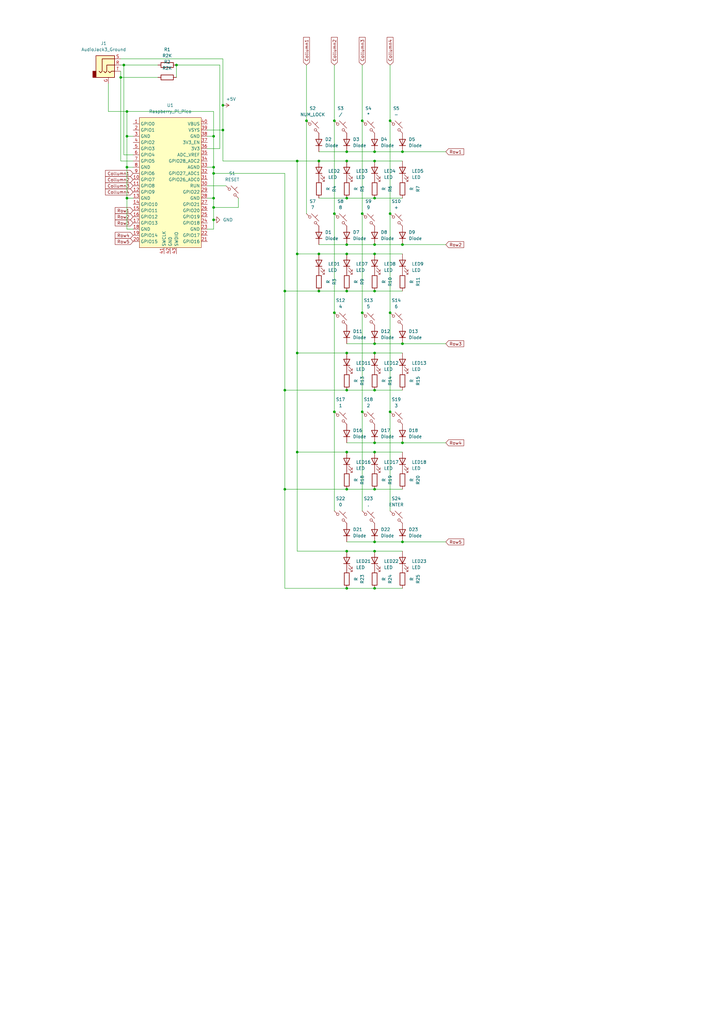
<source format=kicad_sch>
(kicad_sch (version 20231120) (generator "eeschema") (generator_version "8.0")
  (paper "A3" portrait)
  (lib_symbols
    (symbol "Connector_Audio:AudioJack3_Ground"
      (property "Reference" "J" (at 0 8.89 0))
      (property "Value" "AudioJack3_Ground" (at 0 6.35 0))
      (symbol "AudioJack3_Ground_0_1"
        (rectangle (start -5.08 -2.54) (end -6.35 -5.08) (stroke (width 0.254)) (fill (type outline)))
        (polyline (pts (xy 0 -2.54) (xy 0.635 -3.175) (xy 1.27 -2.54) (xy 2.54 -2.54)) (stroke (width 0.254)))
        (polyline (pts (xy -1.905 -2.54) (xy -1.27 -3.175) (xy -0.635 -2.54) (xy -0.635 0) (xy 2.54 0)) (stroke (width 0.254)))
        (polyline (pts (xy 2.54 2.54) (xy -2.54 2.54) (xy -2.54 -2.54) (xy -3.175 -3.175) (xy -3.81 -2.54)) (stroke (width 0.254)))
        (rectangle (start 2.54 3.81) (end -5.08 -5.08) (stroke (width 0.254)) (fill (type background)))
      )
      (symbol "AudioJack3_Ground_1_1"
        (pin passive line (at 0 -7.62 90) (length 2.54) (name "~") (number "G"))
        (pin passive line (at 5.08 0 180) (length 2.54) (name "~") (number "R"))
        (pin passive line (at 5.08 2.54 180) (length 2.54) (name "~") (number "S"))
        (pin passive line (at 5.08 -2.54 180) (length 2.54) (name "~") (number "T"))
      )
    )
    (symbol "Device:LED" (pin_numbers hide) (pin_names (offset 1.016) hide)
      (property "Reference" "D" (at 0 2.54 0))
      (property "Value" "LED" (at 0 -2.54 0))
      (symbol "LED_0_1"
        (polyline (pts (xy -1.27 -1.27) (xy -1.27 1.27)) (stroke (width 0.254)))
        (polyline (pts (xy -1.27 0) (xy 1.27 0)))
        (polyline (pts (xy 1.27 -1.27) (xy 1.27 1.27) (xy -1.27 0) (xy 1.27 -1.27)) (stroke (width 0.254)))
        (polyline (pts (xy -3.048 -0.762) (xy -4.572 -2.286) (xy -3.81 -2.286) (xy -4.572 -2.286) (xy -4.572 -1.524)))
        (polyline (pts (xy -1.778 -0.762) (xy -3.302 -2.286) (xy -2.54 -2.286) (xy -3.302 -2.286) (xy -3.302 -1.524)))
      )
      (symbol "LED_1_1"
        (pin passive line (at -3.81 0 0) (length 2.54) (name "K") (number "1"))
        (pin passive line (at 3.81 0 180) (length 2.54) (name "A") (number "2"))
      )
    )
    (symbol "Device:R" (pin_numbers hide) (pin_names (offset 0))
      (property "Reference" "R" (at 2.032 0 90))
      (property "Value" "R" (at 0 0 90))
      (symbol "R_0_1"
        (rectangle (start -1.016 -2.54) (end 1.016 2.54) (stroke (width 0.254)))
      )
      (symbol "R_1_1"
        (pin passive line (at 0 3.81 270) (length 1.27) (name "~") (number "1"))
        (pin passive line (at 0 -3.81 90) (length 1.27) (name "~") (number "2"))
      )
    )
    (symbol "ScottoKeebs:MCU_Raspberry_Pi_Pico"
      (property "Reference" "U" (at 0 0 0))
      (property "Value" "Raspberry_Pi_Pico" (at 0 27.94 0))
      (symbol "MCU_Raspberry_Pi_Pico_0_1"
        (rectangle (start -12.7 26.67) (end 12.7 -26.67) (fill (type background)))
      )
      (symbol "MCU_Raspberry_Pi_Pico_1_1"
        (pin bidirectional line (at -15.24 24.13 0) (length 2.54) (name "GPIO0") (number "1"))
        (pin bidirectional line (at -15.24 1.27 0) (length 2.54) (name "GPIO7") (number "10"))
        (pin bidirectional line (at -15.24 -1.27 0) (length 2.54) (name "GPIO8") (number "11"))
        (pin bidirectional line (at -15.24 -3.81 0) (length 2.54) (name "GPIO9") (number "12"))
        (pin power_in line (at -15.24 -6.35 0) (length 2.54) (name "GND") (number "13"))
        (pin bidirectional line (at -15.24 -8.89 0) (length 2.54) (name "GPIO10") (number "14"))
        (pin bidirectional line (at -15.24 -11.43 0) (length 2.54) (name "GPIO11") (number "15"))
        (pin bidirectional line (at -15.24 -13.97 0) (length 2.54) (name "GPIO12") (number "16"))
        (pin bidirectional line (at -15.24 -16.51 0) (length 2.54) (name "GPIO13") (number "17"))
        (pin power_in line (at -15.24 -19.05 0) (length 2.54) (name "GND") (number "18"))
        (pin bidirectional line (at -15.24 -21.59 0) (length 2.54) (name "GPIO14") (number "19"))
        (pin bidirectional line (at -15.24 21.59 0) (length 2.54) (name "GPIO1") (number "2"))
        (pin bidirectional line (at -15.24 -24.13 0) (length 2.54) (name "GPIO15") (number "20"))
        (pin bidirectional line (at 15.24 -24.13 180) (length 2.54) (name "GPIO16") (number "21"))
        (pin bidirectional line (at 15.24 -21.59 180) (length 2.54) (name "GPIO17") (number "22"))
        (pin power_in line (at 15.24 -19.05 180) (length 2.54) (name "GND") (number "23"))
        (pin bidirectional line (at 15.24 -16.51 180) (length 2.54) (name "GPIO18") (number "24"))
        (pin bidirectional line (at 15.24 -13.97 180) (length 2.54) (name "GPIO19") (number "25"))
        (pin bidirectional line (at 15.24 -11.43 180) (length 2.54) (name "GPIO20") (number "26"))
        (pin bidirectional line (at 15.24 -8.89 180) (length 2.54) (name "GPIO21") (number "27"))
        (pin power_in line (at 15.24 -6.35 180) (length 2.54) (name "GND") (number "28"))
        (pin bidirectional line (at 15.24 -3.81 180) (length 2.54) (name "GPIO22") (number "29"))
        (pin power_in line (at -15.24 19.05 0) (length 2.54) (name "GND") (number "3"))
        (pin input line (at 15.24 -1.27 180) (length 2.54) (name "RUN") (number "30"))
        (pin bidirectional line (at 15.24 1.27 180) (length 2.54) (name "GPIO26_ADC0") (number "31"))
        (pin bidirectional line (at 15.24 3.81 180) (length 2.54) (name "GPIO27_ADC1") (number "32"))
        (pin power_in line (at 15.24 6.35 180) (length 2.54) (name "AGND") (number "33"))
        (pin bidirectional line (at 15.24 8.89 180) (length 2.54) (name "GPIO28_ADC2") (number "34"))
        (pin power_in line (at 15.24 11.43 180) (length 2.54) (name "ADC_VREF") (number "35"))
        (pin power_in line (at 15.24 13.97 180) (length 2.54) (name "3V3") (number "36"))
        (pin input line (at 15.24 16.51 180) (length 2.54) (name "3V3_EN") (number "37"))
        (pin bidirectional line (at 15.24 19.05 180) (length 2.54) (name "GND") (number "38"))
        (pin power_in line (at 15.24 21.59 180) (length 2.54) (name "VSYS") (number "39"))
        (pin bidirectional line (at -15.24 16.51 0) (length 2.54) (name "GPIO2") (number "4"))
        (pin power_in line (at 15.24 24.13 180) (length 2.54) (name "VBUS") (number "40"))
        (pin input line (at -2.54 -29.21 90) (length 2.54) (name "SWCLK") (number "41"))
        (pin power_in line (at 0 -29.21 90) (length 2.54) (name "GND") (number "42"))
        (pin bidirectional line (at 2.54 -29.21 90) (length 2.54) (name "SWDIO") (number "43"))
        (pin bidirectional line (at -15.24 13.97 0) (length 2.54) (name "GPIO3") (number "5"))
        (pin bidirectional line (at -15.24 11.43 0) (length 2.54) (name "GPIO4") (number "6"))
        (pin bidirectional line (at -15.24 8.89 0) (length 2.54) (name "GPIO5") (number "7"))
        (pin power_in line (at -15.24 6.35 0) (length 2.54) (name "GND") (number "8"))
        (pin bidirectional line (at -15.24 3.81 0) (length 2.54) (name "GPIO6") (number "9"))
      )
    )
    (symbol "ScottoKeebs:Placeholder_Diode" (pin_numbers hide) (pin_names hide)
      (property "Reference" "D" (at 0 2.54 0))
      (property "Value" "Diode" (at 0 -2.54 0))
      (symbol "Placeholder_Diode_0_1"
        (polyline (pts (xy -1.27 1.27) (xy -1.27 -1.27)) (stroke (width 0.254)))
        (polyline (pts (xy 1.27 0) (xy -1.27 0)))
        (polyline (pts (xy 1.27 1.27) (xy 1.27 -1.27) (xy -1.27 0) (xy 1.27 1.27)) (stroke (width 0.254)))
      )
      (symbol "Placeholder_Diode_1_1"
        (pin passive line (at -3.81 0 0) (length 2.54) (name "K") (number "1"))
        (pin passive line (at 3.81 0 180) (length 2.54) (name "A") (number "2"))
      )
    )
    (symbol "ScottoKeebs:Placeholder_Keyswitch" (pin_numbers hide) (pin_names (offset 1.016) hide)
      (property "Reference" "S" (at 3.048 1.016 0))
      (property "Value" "Keyswitch" (at 0 -3.81 0))
      (symbol "Placeholder_Keyswitch_0_1"
        (circle (center -1.1684 1.1684) (radius 0.508))
        (polyline (pts (xy -0.508 2.54) (xy 2.54 -0.508)))
        (polyline (pts (xy 1.016 1.016) (xy 2.032 2.032)))
        (polyline (pts (xy -2.54 2.54) (xy -1.524 1.524) (xy -1.524 1.524)))
        (polyline (pts (xy 1.524 -1.524) (xy 2.54 -2.54) (xy 2.54 -2.54) (xy 2.54 -2.54)))
        (circle (center 1.143 -1.1938) (radius 0.508))
        (pin passive line (at -2.54 2.54 0) (length 0) (name "1") (number "1"))
        (pin passive line (at 2.54 -2.54 180) (length 0) (name "2") (number "2"))
      )
    )
    (symbol "power:+5V" (power) (pin_names (offset 0))
      (property "Value" "+5V" (at 0 3.556 0))
      (symbol "+5V_0_1"
        (polyline (pts (xy -0.762 1.27) (xy 0 2.54)))
        (polyline (pts (xy 0 0) (xy 0 2.54)))
        (polyline (pts (xy 0 2.54) (xy 0.762 1.27)))
      )
      (symbol "+5V_1_1"
        (pin power_in line (at 0 0 90) (length 0) hide (name "+5V") (number "1"))
      )
    )
    (symbol "power:GND" (power) (pin_names (offset 0))
      (property "Value" "GND" (at 0 -3.81 0))
      (symbol "GND_0_1"
        (polyline (pts (xy 0 0) (xy 0 -1.27) (xy 1.27 -1.27) (xy 0 -2.54) (xy -1.27 -1.27) (xy 0 -1.27)))
      )
      (symbol "GND_1_1"
        (pin power_in line (at 0 0 270) (length 0) hide (name "GND") (number "1"))
      )
    )
  )
  (junction (at 160.02 49.53))
  (junction (at 153.67 185.42))
  (junction (at 52.07 45.72))
  (junction (at 130.81 104.14))
  (junction (at 137.16 87.63))
  (junction (at 153.67 66.04))
  (junction (at 142.24 100.33))
  (junction (at 153.67 62.23))
  (junction (at 142.24 66.04))
  (junction (at 52.07 81.28))
  (junction (at 137.16 49.53))
  (junction (at 160.02 168.91))
  (junction (at 130.81 66.04))
  (junction (at 116.84 200.66))
  (junction (at 142.24 119.38))
  (junction (at 160.02 87.63))
  (junction (at 165.1 62.23))
  (junction (at 148.59 128.27))
  (junction (at 87.63 85.09))
  (junction (at 153.67 81.28))
  (junction (at 142.24 241.3))
  (junction (at 52.07 68.58))
  (junction (at 142.24 144.78))
  (junction (at 116.84 160.02))
  (junction (at 142.24 226.06))
  (junction (at 148.59 168.91))
  (junction (at 153.67 222.25))
  (junction (at 121.92 66.04))
  (junction (at 165.1 222.25))
  (junction (at 153.67 226.06))
  (junction (at 91.44 53.34))
  (junction (at 91.44 43.18))
  (junction (at 148.59 49.53))
  (junction (at 153.67 160.02))
  (junction (at 153.67 100.33))
  (junction (at 165.1 181.61))
  (junction (at 153.67 104.14))
  (junction (at 165.1 100.33))
  (junction (at 142.24 104.14))
  (junction (at 87.63 71.12))
  (junction (at 121.92 104.14))
  (junction (at 142.24 185.42))
  (junction (at 50.8 26.67))
  (junction (at 52.07 55.88))
  (junction (at 148.59 87.63))
  (junction (at 116.84 119.38))
  (junction (at 153.67 119.38))
  (junction (at 49.53 31.75))
  (junction (at 153.67 241.3))
  (junction (at 142.24 160.02))
  (junction (at 142.24 81.28))
  (junction (at 160.02 128.27))
  (junction (at 153.67 200.66))
  (junction (at 87.63 55.88))
  (junction (at 130.81 119.38))
  (junction (at 165.1 140.97))
  (junction (at 153.67 140.97))
  (junction (at 72.39 26.67))
  (junction (at 87.63 81.28))
  (junction (at 137.16 128.27))
  (junction (at 125.73 49.53))
  (junction (at 87.63 90.17))
  (junction (at 121.92 185.42))
  (junction (at 153.67 144.78))
  (junction (at 121.92 144.78))
  (junction (at 137.16 168.91))
  (junction (at 153.67 181.61))
  (junction (at 142.24 62.23))
  (junction (at 87.63 68.58))
  (junction (at 142.24 200.66))
  (wire (pts (xy 52.07 68.58) (xy 52.07 55.88)))
  (wire (pts (xy 85.09 68.58) (xy 87.63 68.58)))
  (wire (pts (xy 153.67 144.78) (xy 165.1 144.78)))
  (wire (pts (xy 52.07 55.88) (xy 54.61 55.88)))
  (wire (pts (xy 90.17 60.96) (xy 90.17 26.67)))
  (wire (pts (xy 153.67 200.66) (xy 165.1 200.66)))
  (wire (pts (xy 130.81 62.23) (xy 142.24 62.23)))
  (wire (pts (xy 121.92 144.78) (xy 142.24 144.78)))
  (wire (pts (xy 148.59 168.91) (xy 148.59 209.55)))
  (wire (pts (xy 91.44 66.04) (xy 121.92 66.04)))
  (wire (pts (xy 50.8 26.67) (xy 64.77 26.67)))
  (wire (pts (xy 54.61 63.5) (xy 50.8 63.5)))
  (wire (pts (xy 44.45 34.29) (xy 44.45 45.72)))
  (wire (pts (xy 97.79 81.28) (xy 97.79 85.09)))
  (wire (pts (xy 142.24 200.66) (xy 153.67 200.66)))
  (wire (pts (xy 91.44 53.34) (xy 91.44 66.04)))
  (wire (pts (xy 165.1 241.3) (xy 153.67 241.3)))
  (wire (pts (xy 121.92 185.42) (xy 121.92 226.06)))
  (wire (pts (xy 91.44 24.13) (xy 49.53 24.13)))
  (wire (pts (xy 87.63 85.09) (xy 97.79 85.09)))
  (wire (pts (xy 85.09 53.34) (xy 91.44 53.34)))
  (wire (pts (xy 52.07 68.58) (xy 54.61 68.58)))
  (wire (pts (xy 116.84 119.38) (xy 116.84 160.02)))
  (wire (pts (xy 153.67 66.04) (xy 165.1 66.04)))
  (wire (pts (xy 137.16 49.53) (xy 137.16 87.63)))
  (wire (pts (xy 87.63 85.09) (xy 87.63 81.28)))
  (wire (pts (xy 148.59 87.63) (xy 148.59 128.27)))
  (wire (pts (xy 116.84 71.12) (xy 87.63 71.12)))
  (wire (pts (xy 116.84 119.38) (xy 130.81 119.38)))
  (wire (pts (xy 50.8 26.67) (xy 49.53 26.67)))
  (wire (pts (xy 52.07 81.28) (xy 52.07 68.58)))
  (wire (pts (xy 153.67 181.61) (xy 165.1 181.61)))
  (wire (pts (xy 85.09 93.98) (xy 87.63 93.98)))
  (wire (pts (xy 87.63 68.58) (xy 87.63 55.88)))
  (wire (pts (xy 148.59 26.67) (xy 148.59 49.53)))
  (wire (pts (xy 142.24 119.38) (xy 153.67 119.38)))
  (wire (pts (xy 137.16 168.91) (xy 137.16 209.55)))
  (wire (pts (xy 44.45 45.72) (xy 52.07 45.72)))
  (wire (pts (xy 85.09 76.2) (xy 92.71 76.2)))
  (wire (pts (xy 87.63 45.72) (xy 87.63 55.88)))
  (wire (pts (xy 130.81 66.04) (xy 142.24 66.04)))
  (wire (pts (xy 49.53 31.75) (xy 64.77 31.75)))
  (wire (pts (xy 90.17 26.67) (xy 72.39 26.67)))
  (wire (pts (xy 142.24 181.61) (xy 153.67 181.61)))
  (wire (pts (xy 121.92 104.14) (xy 121.92 66.04)))
  (wire (pts (xy 165.1 140.97) (xy 182.88 140.97)))
  (wire (pts (xy 125.73 49.53) (xy 125.73 87.63)))
  (wire (pts (xy 121.92 66.04) (xy 130.81 66.04)))
  (wire (pts (xy 153.67 241.3) (xy 142.24 241.3)))
  (wire (pts (xy 142.24 100.33) (xy 153.67 100.33)))
  (wire (pts (xy 137.16 87.63) (xy 137.16 128.27)))
  (wire (pts (xy 153.67 160.02) (xy 165.1 160.02)))
  (wire (pts (xy 182.88 62.23) (xy 165.1 62.23)))
  (wire (pts (xy 148.59 128.27) (xy 148.59 168.91)))
  (wire (pts (xy 116.84 200.66) (xy 142.24 200.66)))
  (wire (pts (xy 142.24 160.02) (xy 153.67 160.02)))
  (wire (pts (xy 142.24 185.42) (xy 153.67 185.42)))
  (wire (pts (xy 130.81 119.38) (xy 142.24 119.38)))
  (wire (pts (xy 130.81 81.28) (xy 142.24 81.28)))
  (wire (pts (xy 52.07 93.98) (xy 52.07 81.28)))
  (wire (pts (xy 52.07 81.28) (xy 54.61 81.28)))
  (wire (pts (xy 142.24 222.25) (xy 153.67 222.25)))
  (wire (pts (xy 87.63 90.17) (xy 87.63 85.09)))
  (wire (pts (xy 153.67 226.06) (xy 165.1 226.06)))
  (wire (pts (xy 85.09 60.96) (xy 90.17 60.96)))
  (wire (pts (xy 125.73 26.67) (xy 125.73 49.53)))
  (wire (pts (xy 52.07 45.72) (xy 87.63 45.72)))
  (wire (pts (xy 121.92 104.14) (xy 121.92 144.78)))
  (wire (pts (xy 91.44 53.34) (xy 91.44 43.18)))
  (wire (pts (xy 153.67 62.23) (xy 165.1 62.23)))
  (wire (pts (xy 116.84 160.02) (xy 116.84 200.66)))
  (wire (pts (xy 87.63 81.28) (xy 87.63 71.12)))
  (wire (pts (xy 160.02 26.67) (xy 160.02 49.53)))
  (wire (pts (xy 160.02 49.53) (xy 160.02 87.63)))
  (wire (pts (xy 142.24 140.97) (xy 153.67 140.97)))
  (wire (pts (xy 54.61 66.04) (xy 49.53 66.04)))
  (wire (pts (xy 72.39 26.67) (xy 72.39 31.75)))
  (wire (pts (xy 130.81 100.33) (xy 142.24 100.33)))
  (wire (pts (xy 87.63 55.88) (xy 85.09 55.88)))
  (wire (pts (xy 153.67 104.14) (xy 165.1 104.14)))
  (wire (pts (xy 142.24 104.14) (xy 153.67 104.14)))
  (wire (pts (xy 153.67 81.28) (xy 165.1 81.28)))
  (wire (pts (xy 91.44 43.18) (xy 91.44 24.13)))
  (wire (pts (xy 165.1 100.33) (xy 182.88 100.33)))
  (wire (pts (xy 137.16 26.67) (xy 137.16 49.53)))
  (wire (pts (xy 85.09 81.28) (xy 87.63 81.28)))
  (wire (pts (xy 142.24 185.42) (xy 121.92 185.42)))
  (wire (pts (xy 165.1 119.38) (xy 153.67 119.38)))
  (wire (pts (xy 52.07 55.88) (xy 52.07 45.72)))
  (wire (pts (xy 137.16 128.27) (xy 137.16 168.91)))
  (wire (pts (xy 54.61 93.98) (xy 52.07 93.98)))
  (wire (pts (xy 182.88 181.61) (xy 165.1 181.61)))
  (wire (pts (xy 182.88 222.25) (xy 165.1 222.25)))
  (wire (pts (xy 130.81 104.14) (xy 142.24 104.14)))
  (wire (pts (xy 87.63 71.12) (xy 87.63 68.58)))
  (wire (pts (xy 142.24 226.06) (xy 153.67 226.06)))
  (wire (pts (xy 153.67 185.42) (xy 165.1 185.42)))
  (wire (pts (xy 121.92 144.78) (xy 121.92 185.42)))
  (wire (pts (xy 160.02 168.91) (xy 160.02 209.55)))
  (wire (pts (xy 50.8 63.5) (xy 50.8 26.67)))
  (wire (pts (xy 116.84 119.38) (xy 116.84 71.12)))
  (wire (pts (xy 142.24 226.06) (xy 121.92 226.06)))
  (wire (pts (xy 142.24 66.04) (xy 153.67 66.04)))
  (wire (pts (xy 49.53 29.21) (xy 49.53 31.75)))
  (wire (pts (xy 148.59 49.53) (xy 148.59 87.63)))
  (wire (pts (xy 142.24 81.28) (xy 153.67 81.28)))
  (wire (pts (xy 87.63 93.98) (xy 87.63 90.17)))
  (wire (pts (xy 130.81 104.14) (xy 121.92 104.14)))
  (wire (pts (xy 142.24 241.3) (xy 116.84 241.3)))
  (wire (pts (xy 116.84 241.3) (xy 116.84 200.66)))
  (wire (pts (xy 160.02 128.27) (xy 160.02 168.91)))
  (wire (pts (xy 116.84 160.02) (xy 142.24 160.02)))
  (wire (pts (xy 153.67 222.25) (xy 165.1 222.25)))
  (wire (pts (xy 160.02 87.63) (xy 160.02 128.27)))
  (wire (pts (xy 142.24 144.78) (xy 153.67 144.78)))
  (wire (pts (xy 142.24 62.23) (xy 153.67 62.23)))
  (wire (pts (xy 153.67 140.97) (xy 165.1 140.97)))
  (wire (pts (xy 153.67 100.33) (xy 165.1 100.33)))
  (wire (pts (xy 49.53 31.75) (xy 49.53 66.04)))
  (global_label "Collumn1" (shape input) (at 125.73 26.67 90) (property "Intersheetrefs" "${INTERSHEET_REFS}" (effects (hide yes))))
  (global_label "Row5" (shape input) (at 54.61 99.06 180) (property "Intersheetrefs" "${INTERSHEET_REFS}" (effects (hide yes))))
  (global_label "Row1" (shape input) (at 182.88 62.23 0) (property "Intersheetrefs" "${INTERSHEET_REFS}" (effects (hide yes))))
  (global_label "Row3" (shape input) (at 54.61 91.44 180) (property "Intersheetrefs" "${INTERSHEET_REFS}" (effects (hide yes))))
  (global_label "Row5" (shape input) (at 182.88 222.25 0) (property "Intersheetrefs" "${INTERSHEET_REFS}" (effects (hide yes))))
  (global_label "Collumn4" (shape input) (at 54.61 78.74 180) (property "Intersheetrefs" "${INTERSHEET_REFS}" (effects (hide yes))))
  (global_label "Collumn2" (shape input) (at 54.61 73.66 180) (property "Intersheetrefs" "${INTERSHEET_REFS}" (effects (hide yes))))
  (global_label "Row3" (shape input) (at 182.88 140.97 0) (property "Intersheetrefs" "${INTERSHEET_REFS}" (effects (hide yes))))
  (global_label "Row1" (shape input) (at 54.61 86.36 180) (property "Intersheetrefs" "${INTERSHEET_REFS}" (effects (hide yes))))
  (global_label "Collumn2" (shape input) (at 137.16 26.67 90) (property "Intersheetrefs" "${INTERSHEET_REFS}" (effects (hide yes))))
  (global_label "Collumn1" (shape input) (at 54.61 71.12 180) (property "Intersheetrefs" "${INTERSHEET_REFS}" (effects (hide yes))))
  (global_label "Collumn4" (shape input) (at 160.02 26.67 90) (property "Intersheetrefs" "${INTERSHEET_REFS}" (effects (hide yes))))
  (global_label "Collumn3" (shape input) (at 54.61 76.2 180) (property "Intersheetrefs" "${INTERSHEET_REFS}" (effects (hide yes))))
  (global_label "Collumn3" (shape input) (at 148.59 26.67 90) (property "Intersheetrefs" "${INTERSHEET_REFS}" (effects (hide yes))))
  (global_label "Row2" (shape input) (at 54.61 88.9 180) (property "Intersheetrefs" "${INTERSHEET_REFS}" (effects (hide yes))))
  (global_label "Row4" (shape input) (at 54.61 96.52 180) (property "Intersheetrefs" "${INTERSHEET_REFS}" (effects (hide yes))))
  (global_label "Row4" (shape input) (at 182.88 181.61 0) (property "Intersheetrefs" "${INTERSHEET_REFS}" (effects (hide yes))))
  (global_label "Row2" (shape input) (at 182.88 100.33 0) (property "Intersheetrefs" "${INTERSHEET_REFS}" (effects (hide yes))))
  (symbol (lib_id "Device:R") (at 153.67 115.57 0) (unit 1)
    (property "Reference" "R10" (at 160.02 115.57 90))
    (property "Value" "R" (at 157.48 115.57 90))
    (property "Footprint" "Resistor_SMD:R_0603_1608Metric_Pad0.98x0.95mm_HandSolder" (effects (hide yes)))
  )
  (symbol (lib_id "ScottoKeebs:Placeholder_Keyswitch") (at 162.56 130.81 0) (unit 1)
    (property "Reference" "S14" (at 162.56 123.19 0))
    (property "Value" "6" (at 162.56 125.73 0))
    (property "Footprint" "MX V2 MX Hotswap:MX-Hotswap-1U" (effects (hide yes)))
  )
  (symbol (lib_id "Device:LED") (at 165.1 229.87 90) (unit 1)
    (property "Reference" "LED23" (at 168.91 230.1875 90) (effects (justify right)))
    (property "Value" "LED" (at 168.91 232.7275 90) (effects (justify right)))
    (property "Footprint" "MX V2 Misc:MX-LED-PolarityMarked" (effects (hide yes)))
  )
  (symbol (lib_id "Device:R") (at 165.1 196.85 0) (unit 1)
    (property "Reference" "R20" (at 171.45 196.85 90))
    (property "Value" "R" (at 168.91 196.85 90))
    (property "Footprint" "Resistor_SMD:R_0603_1608Metric_Pad0.98x0.95mm_HandSolder" (effects (hide yes)))
  )
  (symbol (lib_id "ScottoKeebs:Placeholder_Diode") (at 165.1 96.52 90) (unit 1)
    (property "Reference" "D9" (at 167.64 95.25 90) (effects (justify right)))
    (property "Value" "Diode" (at 167.64 97.79 90) (effects (justify right)))
    (property "Footprint" "Diode_SMD:Nexperia_CFP3_SOD-123W" (effects (hide yes)))
    (property "Sim.Device" "D" (effects (hide yes)))
    (property "Sim.Pins" "1=K 2=A" (effects (hide yes)))
  )
  (symbol (lib_id "Device:R") (at 153.67 196.85 0) (unit 1)
    (property "Reference" "R19" (at 160.02 196.85 90))
    (property "Value" "R" (at 157.48 196.85 90))
    (property "Footprint" "Resistor_SMD:R_0603_1608Metric_Pad0.98x0.95mm_HandSolder" (effects (hide yes)))
  )
  (symbol (lib_id "ScottoKeebs:Placeholder_Keyswitch") (at 139.7 130.81 0) (unit 1)
    (property "Reference" "S12" (at 139.7 123.19 0))
    (property "Value" "4" (at 139.7 125.73 0))
    (property "Footprint" "MX V2 MX Hotswap:MX-Hotswap-1U" (effects (hide yes)))
  )
  (symbol (lib_id "Device:R") (at 142.24 156.21 0) (unit 1)
    (property "Reference" "R13" (at 148.59 156.21 90))
    (property "Value" "R" (at 146.05 156.21 90))
    (property "Footprint" "Resistor_SMD:R_0603_1608Metric_Pad0.98x0.95mm_HandSolder" (effects (hide yes)))
  )
  (symbol (lib_id "Connector_Audio:AudioJack3_Ground") (at 44.45 26.67 0) (unit 1)
    (property "Reference" "J1" (at 42.545 17.78 0))
    (property "Value" "AudioJack3_Ground" (at 42.545 20.32 0))
    (property "Footprint" "Connector_Audio:Jack_3.5mm_KoreanHropartsElec_PJ-320D-4A_Horizontal" (effects (hide yes)))
  )
  (symbol (lib_id "ScottoKeebs:Placeholder_Keyswitch") (at 139.7 52.07 0) (unit 1)
    (property "Reference" "S3" (at 139.7 44.45 0))
    (property "Value" "/" (at 139.7 46.99 0))
    (property "Footprint" "MX V2 MX Hotswap:MX-Hotswap-1U" (effects (hide yes)))
  )
  (symbol (lib_id "ScottoKeebs:Placeholder_Keyswitch") (at 162.56 52.07 0) (unit 1)
    (property "Reference" "S5" (at 162.56 44.45 0))
    (property "Value" "-" (at 162.56 46.99 0))
    (property "Footprint" "MX V2 MX Hotswap:MX-Hotswap-1U" (effects (hide yes)))
  )
  (symbol (lib_id "Device:R") (at 142.24 237.49 0) (unit 1)
    (property "Reference" "R23" (at 148.59 237.49 90))
    (property "Value" "R" (at 146.05 237.49 90))
    (property "Footprint" "Resistor_SMD:R_0603_1608Metric_Pad0.98x0.95mm_HandSolder" (effects (hide yes)))
  )
  (symbol (lib_id "ScottoKeebs:Placeholder_Diode") (at 165.1 218.44 90) (unit 1)
    (property "Reference" "D23" (at 167.64 217.17 90) (effects (justify right)))
    (property "Value" "Diode" (at 167.64 219.71 90) (effects (justify right)))
    (property "Footprint" "Diode_SMD:Nexperia_CFP3_SOD-123W" (effects (hide yes)))
    (property "Sim.Device" "D" (effects (hide yes)))
    (property "Sim.Pins" "1=K 2=A" (effects (hide yes)))
  )
  (symbol (lib_id "Device:R") (at 142.24 115.57 0) (unit 1)
    (property "Reference" "R9" (at 148.59 115.57 90))
    (property "Value" "R" (at 146.05 115.57 90))
    (property "Footprint" "Resistor_SMD:R_0603_1608Metric_Pad0.98x0.95mm_HandSolder" (effects (hide yes)))
  )
  (symbol (lib_id "ScottoKeebs:Placeholder_Diode") (at 165.1 177.8 90) (unit 1)
    (property "Reference" "D18" (at 167.64 176.53 90) (effects (justify right)))
    (property "Value" "Diode" (at 167.64 179.07 90) (effects (justify right)))
    (property "Footprint" "Diode_SMD:Nexperia_CFP3_SOD-123W" (effects (hide yes)))
    (property "Sim.Device" "D" (effects (hide yes)))
    (property "Sim.Pins" "1=K 2=A" (effects (hide yes)))
  )
  (symbol (lib_id "Device:R") (at 130.81 115.57 0) (unit 1)
    (property "Reference" "R3" (at 137.16 115.57 90))
    (property "Value" "R" (at 134.62 115.57 90))
    (property "Footprint" "Resistor_SMD:R_0603_1608Metric_Pad0.98x0.95mm_HandSolder" (effects (hide yes)))
  )
  (symbol (lib_id "ScottoKeebs:Placeholder_Keyswitch") (at 95.25 78.74 0) (unit 1)
    (property "Reference" "S1" (at 95.25 71.12 0))
    (property "Value" "RESET" (at 95.25 73.66 0))
    (property "Footprint" "MX V2 MX Hotswap:MX-Hotswap-1U" (effects (hide yes)))
  )
  (symbol (lib_id "ScottoKeebs:Placeholder_Keyswitch") (at 128.27 52.07 0) (unit 1)
    (property "Reference" "S2" (at 128.27 44.45 0))
    (property "Value" "NUM_LOCK" (at 128.27 46.99 0))
    (property "Footprint" "MX V2 MX Hotswap:MX-Hotswap-1U" (effects (hide yes)))
  )
  (symbol (lib_id "Device:LED") (at 153.67 148.59 90) (unit 1)
    (property "Reference" "LED12" (at 157.48 148.9075 90) (effects (justify right)))
    (property "Value" "LED" (at 157.48 151.4475 90) (effects (justify right)))
    (property "Footprint" "MX V2 Misc:MX-LED-PolarityMarked" (effects (hide yes)))
  )
  (symbol (lib_id "ScottoKeebs:Placeholder_Keyswitch") (at 139.7 171.45 0) (unit 1)
    (property "Reference" "S17" (at 139.7 163.83 0))
    (property "Value" "1" (at 139.7 166.37 0))
    (property "Footprint" "MX V2 MX Hotswap:MX-Hotswap-1U" (effects (hide yes)))
  )
  (symbol (lib_id "ScottoKeebs:Placeholder_Keyswitch") (at 151.13 212.09 0) (unit 1)
    (property "Reference" "S23" (at 151.13 204.47 0))
    (property "Value" "." (at 151.13 207.01 0))
    (property "Footprint" "MX V2 MX Hotswap:MX-Hotswap-1U" (effects (hide yes)))
  )
  (symbol (lib_id "ScottoKeebs:Placeholder_Diode") (at 142.24 137.16 90) (unit 1)
    (property "Reference" "D11" (at 144.78 135.89 90) (effects (justify right)))
    (property "Value" "Diode" (at 144.78 138.43 90) (effects (justify right)))
    (property "Footprint" "Diode_SMD:Nexperia_CFP3_SOD-123W" (effects (hide yes)))
    (property "Sim.Device" "D" (effects (hide yes)))
    (property "Sim.Pins" "1=K 2=A" (effects (hide yes)))
  )
  (symbol (lib_id "ScottoKeebs:Placeholder_Diode") (at 153.67 218.44 90) (unit 1)
    (property "Reference" "D22" (at 156.21 217.17 90) (effects (justify right)))
    (property "Value" "Diode" (at 156.21 219.71 90) (effects (justify right)))
    (property "Footprint" "Diode_SMD:Nexperia_CFP3_SOD-123W" (effects (hide yes)))
    (property "Sim.Device" "D" (effects (hide yes)))
    (property "Sim.Pins" "1=K 2=A" (effects (hide yes)))
  )
  (symbol (lib_id "Device:R") (at 142.24 196.85 0) (unit 1)
    (property "Reference" "R18" (at 148.59 196.85 90))
    (property "Value" "R" (at 146.05 196.85 90))
    (property "Footprint" "Resistor_SMD:R_0603_1608Metric_Pad0.98x0.95mm_HandSolder" (effects (hide yes)))
  )
  (symbol (lib_id "ScottoKeebs:Placeholder_Diode") (at 130.81 96.52 90) (unit 1)
    (property "Reference" "D1" (at 133.35 95.25 90) (effects (justify right)))
    (property "Value" "Diode" (at 133.35 97.79 90) (effects (justify right)))
    (property "Footprint" "Diode_SMD:Nexperia_CFP3_SOD-123W" (effects (hide yes)))
    (property "Sim.Device" "D" (effects (hide yes)))
    (property "Sim.Pins" "1=K 2=A" (effects (hide yes)))
  )
  (symbol (lib_id "Device:LED") (at 142.24 107.95 90) (unit 1)
    (property "Reference" "LED7" (at 146.05 108.2675 90) (effects (justify right)))
    (property "Value" "LED" (at 146.05 110.8075 90) (effects (justify right)))
    (property "Footprint" "MX V2 Misc:MX-LED-PolarityMarked" (effects (hide yes)))
  )
  (symbol (lib_id "ScottoKeebs:Placeholder_Diode") (at 153.67 58.42 90) (unit 1)
    (property "Reference" "D4" (at 156.21 57.15 90) (effects (justify right)))
    (property "Value" "Diode" (at 156.21 59.69 90) (effects (justify right)))
    (property "Footprint" "Diode_SMD:Nexperia_CFP3_SOD-123W" (effects (hide yes)))
    (property "Sim.Device" "D" (effects (hide yes)))
    (property "Sim.Pins" "1=K 2=A" (effects (hide yes)))
  )
  (symbol (lib_id "ScottoKeebs:Placeholder_Keyswitch") (at 151.13 52.07 0) (unit 1)
    (property "Reference" "S4" (at 151.13 44.45 0))
    (property "Value" "*" (at 151.13 46.99 0))
    (property "Footprint" "MX V2 MX Hotswap:MX-Hotswap-1U" (effects (hide yes)))
  )
  (symbol (lib_id "power:GND") (at 87.63 90.17 90) (mirror x) (unit 1)
    (property "Reference" "#PWR01" (effects (hide yes)))
    (property "Value" "GND" (at 91.44 90.17 90) (effects (justify right)))
  )
  (symbol (lib_id "ScottoKeebs:Placeholder_Diode") (at 153.67 137.16 90) (unit 1)
    (property "Reference" "D12" (at 156.21 135.89 90) (effects (justify right)))
    (property "Value" "Diode" (at 156.21 138.43 90) (effects (justify right)))
    (property "Footprint" "Diode_SMD:Nexperia_CFP3_SOD-123W" (effects (hide yes)))
    (property "Sim.Device" "D" (effects (hide yes)))
    (property "Sim.Pins" "1=K 2=A" (effects (hide yes)))
  )
  (symbol (lib_id "ScottoKeebs:Placeholder_Keyswitch") (at 151.13 90.17 0) (unit 1)
    (property "Reference" "S9" (at 151.13 82.55 0))
    (property "Value" "9" (at 151.13 85.09 0))
    (property "Footprint" "MX V2 MX Hotswap:MX-Hotswap-1U" (effects (hide yes)))
  )
  (symbol (lib_id "Device:LED") (at 153.67 229.87 90) (unit 1)
    (property "Reference" "LED22" (at 157.48 230.1875 90) (effects (justify right)))
    (property "Value" "LED" (at 157.48 232.7275 90) (effects (justify right)))
    (property "Footprint" "MX V2 Misc:MX-LED-PolarityMarked" (effects (hide yes)))
  )
  (symbol (lib_id "Device:R") (at 165.1 115.57 0) (unit 1)
    (property "Reference" "R11" (at 171.45 115.57 90))
    (property "Value" "R" (at 168.91 115.57 90))
    (property "Footprint" "Resistor_SMD:R_0603_1608Metric_Pad0.98x0.95mm_HandSolder" (effects (hide yes)))
  )
  (symbol (lib_id "ScottoKeebs:Placeholder_Diode") (at 153.67 96.52 90) (unit 1)
    (property "Reference" "D8" (at 156.21 95.25 90) (effects (justify right)))
    (property "Value" "Diode" (at 156.21 97.79 90) (effects (justify right)))
    (property "Footprint" "Diode_SMD:Nexperia_CFP3_SOD-123W" (effects (hide yes)))
    (property "Sim.Device" "D" (effects (hide yes)))
    (property "Sim.Pins" "1=K 2=A" (effects (hide yes)))
  )
  (symbol (lib_id "ScottoKeebs:MCU_Raspberry_Pi_Pico") (at 69.85 74.93 0) (unit 1)
    (property "Reference" "U1" (at 69.85 43.18 0))
    (property "Value" "Raspberry_Pi_Pico" (at 69.85 45.72 0))
    (property "Footprint" "ScottoKeebs_MCU:Raspberry_Pi_Pico" (effects (hide yes)))
  )
  (symbol (lib_id "Device:R") (at 142.24 77.47 0) (unit 1)
    (property "Reference" "R5" (at 148.59 77.47 90))
    (property "Value" "R" (at 146.05 77.47 90))
    (property "Footprint" "Resistor_SMD:R_0603_1608Metric_Pad0.98x0.95mm_HandSolder" (effects (hide yes)))
  )
  (symbol (lib_id "Device:R") (at 165.1 237.49 0) (unit 1)
    (property "Reference" "R25" (at 171.45 237.49 90))
    (property "Value" "R" (at 168.91 237.49 90))
    (property "Footprint" "Resistor_SMD:R_0603_1608Metric_Pad0.98x0.95mm_HandSolder" (effects (hide yes)))
  )
  (symbol (lib_id "power:+5V") (at 91.44 43.18 270) (mirror x) (unit 1)
    (property "Reference" "#PWR02" (effects (hide yes)))
    (property "Value" "+5V" (at 92.71 40.64 90) (effects (justify left)))
  )
  (symbol (lib_id "ScottoKeebs:Placeholder_Diode") (at 130.81 58.42 90) (unit 1)
    (property "Reference" "D2" (at 133.35 57.15 90) (effects (justify right)))
    (property "Value" "Diode" (at 133.35 59.69 90) (effects (justify right)))
    (property "Footprint" "Diode_SMD:Nexperia_CFP3_SOD-123W" (effects (hide yes)))
    (property "Sim.Device" "D" (effects (hide yes)))
    (property "Sim.Pins" "1=K 2=A" (effects (hide yes)))
  )
  (symbol (lib_id "Device:R") (at 130.81 77.47 0) (unit 1)
    (property "Reference" "R4" (at 137.16 77.47 90))
    (property "Value" "R" (at 134.62 77.47 90))
    (property "Footprint" "Resistor_SMD:R_0603_1608Metric_Pad0.98x0.95mm_HandSolder" (effects (hide yes)))
  )
  (symbol (lib_id "Device:R") (at 153.67 237.49 0) (unit 1)
    (property "Reference" "R24" (at 160.02 237.49 90))
    (property "Value" "R" (at 157.48 237.49 90))
    (property "Footprint" "Resistor_SMD:R_0603_1608Metric_Pad0.98x0.95mm_HandSolder" (effects (hide yes)))
  )
  (symbol (lib_id "Device:LED") (at 165.1 189.23 90) (unit 1)
    (property "Reference" "LED18" (at 168.91 189.5475 90) (effects (justify right)))
    (property "Value" "LED" (at 168.91 192.0875 90) (effects (justify right)))
    (property "Footprint" "MX V2 Misc:MX-LED-PolarityMarked" (effects (hide yes)))
  )
  (symbol (lib_id "Device:LED") (at 165.1 148.59 90) (unit 1)
    (property "Reference" "LED13" (at 168.91 148.9075 90) (effects (justify right)))
    (property "Value" "LED" (at 168.91 151.4475 90) (effects (justify right)))
    (property "Footprint" "MX V2 Misc:MX-LED-PolarityMarked" (effects (hide yes)))
  )
  (symbol (lib_id "ScottoKeebs:Placeholder_Diode") (at 153.67 177.8 90) (unit 1)
    (property "Reference" "D17" (at 156.21 176.53 90) (effects (justify right)))
    (property "Value" "Diode" (at 156.21 179.07 90) (effects (justify right)))
    (property "Footprint" "Diode_SMD:Nexperia_CFP3_SOD-123W" (effects (hide yes)))
    (property "Sim.Device" "D" (effects (hide yes)))
    (property "Sim.Pins" "1=K 2=A" (effects (hide yes)))
  )
  (symbol (lib_id "Device:LED") (at 142.24 69.85 90) (unit 1)
    (property "Reference" "LED3" (at 146.05 70.1675 90) (effects (justify right)))
    (property "Value" "LED" (at 146.05 72.7075 90) (effects (justify right)))
    (property "Footprint" "MX V2 Misc:MX-LED-PolarityMarked" (effects (hide yes)))
  )
  (symbol (lib_id "Device:LED") (at 142.24 148.59 90) (unit 1)
    (property "Reference" "LED11" (at 146.05 148.9075 90) (effects (justify right)))
    (property "Value" "LED" (at 146.05 151.4475 90) (effects (justify right)))
    (property "Footprint" "MX V2 Misc:MX-LED-PolarityMarked" (effects (hide yes)))
  )
  (symbol (lib_id "ScottoKeebs:Placeholder_Diode") (at 165.1 137.16 90) (unit 1)
    (property "Reference" "D13" (at 167.64 135.89 90) (effects (justify right)))
    (property "Value" "Diode" (at 167.64 138.43 90) (effects (justify right)))
    (property "Footprint" "Diode_SMD:Nexperia_CFP3_SOD-123W" (effects (hide yes)))
    (property "Sim.Device" "D" (effects (hide yes)))
    (property "Sim.Pins" "1=K 2=A" (effects (hide yes)))
  )
  (symbol (lib_id "Device:LED") (at 153.67 107.95 90) (unit 1)
    (property "Reference" "LED8" (at 157.48 108.2675 90) (effects (justify right)))
    (property "Value" "LED" (at 157.48 110.8075 90) (effects (justify right)))
    (property "Footprint" "MX V2 Misc:MX-LED-PolarityMarked" (effects (hide yes)))
  )
  (symbol (lib_id "ScottoKeebs:Placeholder_Keyswitch") (at 139.7 212.09 0) (unit 1)
    (property "Reference" "S22" (at 139.7 204.47 0))
    (property "Value" "0" (at 139.7 207.01 0))
    (property "Footprint" "MX V2 MX Hotswap:MX-Hotswap-2U" (effects (hide yes)))
  )
  (symbol (lib_id "ScottoKeebs:Placeholder_Keyswitch") (at 162.56 212.09 0) (unit 1)
    (property "Reference" "S24" (at 162.56 204.47 0))
    (property "Value" "ENTER" (at 162.56 207.01 0))
    (property "Footprint" "MX V2 MX Hotswap:MX-Hotswap-2U-Vertical" (effects (hide yes)))
  )
  (symbol (lib_id "ScottoKeebs:Placeholder_Diode") (at 142.24 218.44 90) (unit 1)
    (property "Reference" "D21" (at 144.78 217.17 90) (effects (justify right)))
    (property "Value" "Diode" (at 144.78 219.71 90) (effects (justify right)))
    (property "Footprint" "Diode_SMD:Nexperia_CFP3_SOD-123W" (effects (hide yes)))
    (property "Sim.Device" "D" (effects (hide yes)))
    (property "Sim.Pins" "1=K 2=A" (effects (hide yes)))
  )
  (symbol (lib_id "Device:LED") (at 165.1 107.95 90) (unit 1)
    (property "Reference" "LED9" (at 168.91 108.2675 90) (effects (justify right)))
    (property "Value" "LED" (at 168.91 110.8075 90) (effects (justify right)))
    (property "Footprint" "MX V2 Misc:MX-LED-PolarityMarked" (effects (hide yes)))
  )
  (symbol (lib_id "Device:R") (at 68.58 26.67 270) (unit 1)
    (property "Reference" "R1" (at 68.58 20.32 90))
    (property "Value" "R2K" (at 68.58 22.86 90))
    (property "Footprint" "Resistor_THT:R_Axial_DIN0207_L6.3mm_D2.5mm_P10.16mm_Horizontal" (effects (hide yes)))
    (property "Description" "Resistor" (effects (hide yes)))
  )
  (symbol (lib_id "Device:LED") (at 130.81 107.95 90) (unit 1)
    (property "Reference" "LED1" (at 134.62 108.2675 90) (effects (justify right)))
    (property "Value" "LED" (at 134.62 110.8075 90) (effects (justify right)))
    (property "Footprint" "MX V2 Misc:MX-LED-PolarityMarked" (effects (hide yes)))
  )
  (symbol (lib_id "Device:R") (at 153.67 77.47 0) (unit 1)
    (property "Reference" "R6" (at 160.02 77.47 90))
    (property "Value" "R" (at 157.48 77.47 90))
    (property "Footprint" "Resistor_SMD:R_0603_1608Metric_Pad0.98x0.95mm_HandSolder" (effects (hide yes)))
  )
  (symbol (lib_id "ScottoKeebs:Placeholder_Keyswitch") (at 139.7 90.17 0) (unit 1)
    (property "Reference" "S8" (at 139.7 82.55 0))
    (property "Value" "8" (at 139.7 85.09 0))
    (property "Footprint" "MX V2 MX Hotswap:MX-Hotswap-1U" (effects (hide yes)))
  )
  (symbol (lib_id "ScottoKeebs:Placeholder_Keyswitch") (at 151.13 130.81 0) (unit 1)
    (property "Reference" "S13" (at 151.13 123.19 0))
    (property "Value" "5" (at 151.13 125.73 0))
    (property "Footprint" "MX V2 MX Hotswap:MX-Hotswap-1U" (effects (hide yes)))
  )
  (symbol (lib_id "Device:LED") (at 153.67 189.23 90) (unit 1)
    (property "Reference" "LED17" (at 157.48 189.5475 90) (effects (justify right)))
    (property "Value" "LED" (at 157.48 192.0875 90) (effects (justify right)))
    (property "Footprint" "MX V2 Misc:MX-LED-PolarityMarked" (effects (hide yes)))
  )
  (symbol (lib_id "ScottoKeebs:Placeholder_Diode") (at 142.24 96.52 90) (unit 1)
    (property "Reference" "D7" (at 144.78 95.25 90) (effects (justify right)))
    (property "Value" "Diode" (at 144.78 97.79 90) (effects (justify right)))
    (property "Footprint" "Diode_SMD:Nexperia_CFP3_SOD-123W" (effects (hide yes)))
    (property "Sim.Device" "D" (effects (hide yes)))
    (property "Sim.Pins" "1=K 2=A" (effects (hide yes)))
  )
  (symbol (lib_id "ScottoKeebs:Placeholder_Diode") (at 142.24 58.42 90) (unit 1)
    (property "Reference" "D3" (at 144.78 57.15 90) (effects (justify right)))
    (property "Value" "Diode" (at 144.78 59.69 90) (effects (justify right)))
    (property "Footprint" "Diode_SMD:Nexperia_CFP3_SOD-123W" (effects (hide yes)))
    (property "Sim.Device" "D" (effects (hide yes)))
    (property "Sim.Pins" "1=K 2=A" (effects (hide yes)))
  )
  (symbol (lib_id "Device:R") (at 153.67 156.21 0) (unit 1)
    (property "Reference" "R14" (at 160.02 156.21 90))
    (property "Value" "R" (at 157.48 156.21 90))
    (property "Footprint" "Resistor_SMD:R_0603_1608Metric_Pad0.98x0.95mm_HandSolder" (effects (hide yes)))
  )
  (symbol (lib_id "Device:R") (at 165.1 77.47 0) (unit 1)
    (property "Reference" "R7" (at 171.45 77.47 90))
    (property "Value" "R" (at 168.91 77.47 90))
    (property "Footprint" "Resistor_SMD:R_0603_1608Metric_Pad0.98x0.95mm_HandSolder" (effects (hide yes)))
  )
  (symbol (lib_id "ScottoKeebs:Placeholder_Keyswitch") (at 162.56 90.17 0) (unit 1)
    (property "Reference" "S10" (at 162.56 82.55 0))
    (property "Value" "+" (at 162.56 85.09 0))
    (property "Footprint" "MX V2 MX Hotswap:MX-Hotswap-2U-Vertical" (effects (hide yes)))
  )
  (symbol (lib_id "ScottoKeebs:Placeholder_Keyswitch") (at 151.13 171.45 0) (unit 1)
    (property "Reference" "S18" (at 151.13 163.83 0))
    (property "Value" "2" (at 151.13 166.37 0))
    (property "Footprint" "MX V2 MX Hotswap:MX-Hotswap-1U" (effects (hide yes)))
  )
  (symbol (lib_id "Device:R") (at 165.1 156.21 0) (unit 1)
    (property "Reference" "R15" (at 171.45 156.21 90))
    (property "Value" "R" (at 168.91 156.21 90))
    (property "Footprint" "Resistor_SMD:R_0603_1608Metric_Pad0.98x0.95mm_HandSolder" (effects (hide yes)))
  )
  (symbol (lib_id "Device:LED") (at 130.81 69.85 90) (unit 1)
    (property "Reference" "LED2" (at 134.62 70.1675 90) (effects (justify right)))
    (property "Value" "LED" (at 134.62 72.7075 90) (effects (justify right)))
    (property "Footprint" "MX V2 Misc:MX-LED-PolarityMarked" (effects (hide yes)))
  )
  (symbol (lib_id "Device:LED") (at 153.67 69.85 90) (unit 1)
    (property "Reference" "LED4" (at 157.48 70.1675 90) (effects (justify right)))
    (property "Value" "LED" (at 157.48 72.7075 90) (effects (justify right)))
    (property "Footprint" "MX V2 Misc:MX-LED-PolarityMarked" (effects (hide yes)))
  )
  (symbol (lib_id "ScottoKeebs:Placeholder_Diode") (at 165.1 58.42 90) (unit 1)
    (property "Reference" "D5" (at 167.64 57.15 90) (effects (justify right)))
    (property "Value" "Diode" (at 167.64 59.69 90) (effects (justify right)))
    (property "Footprint" "Diode_SMD:Nexperia_CFP3_SOD-123W" (effects (hide yes)))
    (property "Sim.Device" "D" (effects (hide yes)))
    (property "Sim.Pins" "1=K 2=A" (effects (hide yes)))
  )
  (symbol (lib_id "Device:LED") (at 142.24 229.87 90) (unit 1)
    (property "Reference" "LED21" (at 146.05 230.1875 90) (effects (justify right)))
    (property "Value" "LED" (at 146.05 232.7275 90) (effects (justify right)))
    (property "Footprint" "MX V2 Misc:MX-LED-PolarityMarked" (effects (hide yes)))
  )
  (symbol (lib_id "Device:LED") (at 142.24 189.23 90) (unit 1)
    (property "Reference" "LED16" (at 146.05 189.5475 90) (effects (justify right)))
    (property "Value" "LED" (at 146.05 192.0875 90) (effects (justify right)))
    (property "Footprint" "MX V2 Misc:MX-LED-PolarityMarked" (effects (hide yes)))
  )
  (symbol (lib_id "ScottoKeebs:Placeholder_Keyswitch") (at 128.27 90.17 0) (unit 1)
    (property "Reference" "S7" (at 128.27 82.55 0))
    (property "Value" "7" (at 128.27 85.09 0))
    (property "Footprint" "MX V2 MX Hotswap:MX-Hotswap-1U" (effects (hide yes)))
  )
  (symbol (lib_id "ScottoKeebs:Placeholder_Diode") (at 142.24 177.8 90) (unit 1)
    (property "Reference" "D16" (at 144.78 176.53 90) (effects (justify right)))
    (property "Value" "Diode" (at 144.78 179.07 90) (effects (justify right)))
    (property "Footprint" "Diode_SMD:Nexperia_CFP3_SOD-123W" (effects (hide yes)))
    (property "Sim.Device" "D" (effects (hide yes)))
    (property "Sim.Pins" "1=K 2=A" (effects (hide yes)))
  )
  (symbol (lib_id "ScottoKeebs:Placeholder_Keyswitch") (at 162.56 171.45 0) (unit 1)
    (property "Reference" "S19" (at 162.56 163.83 0))
    (property "Value" "3" (at 162.56 166.37 0))
    (property "Footprint" "MX V2 MX Hotswap:MX-Hotswap-1U" (effects (hide yes)))
  )
  (symbol (lib_id "Device:R") (at 68.58 31.75 270) (unit 1)
    (property "Reference" "R2" (at 68.58 25.4 90))
    (property "Value" "R2K" (at 68.58 27.94 90))
    (property "Footprint" "Resistor_THT:R_Axial_DIN0207_L6.3mm_D2.5mm_P10.16mm_Horizontal" (effects (hide yes)))
    (property "Description" "Resistor" (effects (hide yes)))
  )
  (symbol (lib_id "Device:LED") (at 165.1 69.85 90) (unit 1)
    (property "Reference" "LED5" (at 168.91 70.1675 90) (effects (justify right)))
    (property "Value" "LED" (at 168.91 72.7075 90) (effects (justify right)))
    (property "Footprint" "MX V2 Misc:MX-LED-PolarityMarked" (effects (hide yes)))
  )
)
</source>
